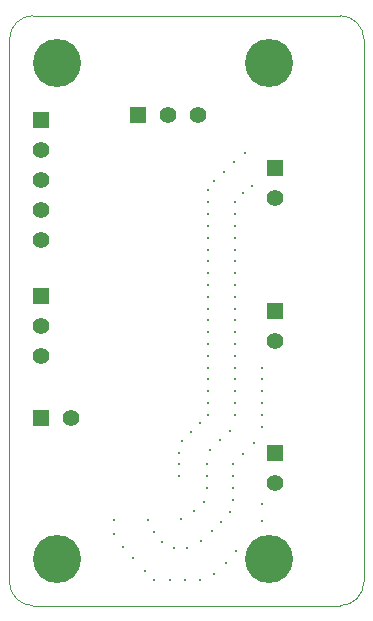
<source format=gbr>
G04 #@! TF.FileFunction,Soldermask,Bot*
%FSLAX46Y46*%
G04 Gerber Fmt 4.6, Leading zero omitted, Abs format (unit mm)*
G04 Created by KiCad (PCBNEW 0.201501172016+5377~20~ubuntu14.04.1-product) date Fri 30 Jan 2015 01:41:11 PM PST*
%MOMM*%
G01*
G04 APERTURE LIST*
%ADD10C,0.100000*%
%ADD11C,0.200000*%
%ADD12R,1.397000X1.397000*%
%ADD13C,1.397000*%
%ADD14C,4.064000*%
G04 APERTURE END LIST*
D10*
X128000000Y-99950000D02*
G75*
G03X130000000Y-97950000I0J2000000D01*
G01*
X100000000Y-97950000D02*
G75*
G03X102000000Y-99950000I2000000J0D01*
G01*
X130000000Y-52000000D02*
G75*
G03X128000000Y-50000000I-2000000J0D01*
G01*
X102000000Y-50000000D02*
G75*
G03X100000000Y-52000000I0J-2000000D01*
G01*
X128000000Y-50000000D02*
X102000000Y-50000000D01*
X130000000Y-97900000D02*
X130000000Y-52000000D01*
X102000000Y-99950000D02*
X128000000Y-99950000D01*
X100000000Y-52000000D02*
X100000000Y-97900000D01*
D11*
X119100000Y-75800000D03*
D12*
X122500000Y-62930000D03*
D13*
X122500000Y-65470000D03*
D14*
X104000000Y-54000000D03*
X122000000Y-54000000D03*
X104000000Y-96000000D03*
X122000000Y-96000000D03*
D12*
X102650000Y-58800000D03*
D13*
X102650000Y-61340000D03*
X102650000Y-63880000D03*
X102650000Y-66420000D03*
X102650000Y-68960000D03*
D12*
X102650000Y-73760000D03*
D13*
X102650000Y-76300000D03*
X102650000Y-78840000D03*
D12*
X110910000Y-58400000D03*
D13*
X113450000Y-58400000D03*
X115990000Y-58400000D03*
D12*
X122500000Y-75030000D03*
D13*
X122500000Y-77570000D03*
D12*
X122500000Y-87030000D03*
D13*
X122500000Y-89570000D03*
D12*
X102630000Y-84100000D03*
D13*
X105170000Y-84100000D03*
D11*
X116800000Y-64800000D03*
X116800000Y-65800000D03*
X116800000Y-66800000D03*
X116800000Y-67800000D03*
X116800000Y-68800000D03*
X116800000Y-69800000D03*
X116800000Y-70800000D03*
X116800000Y-71800000D03*
X116800000Y-72800000D03*
X116800000Y-73800000D03*
X116800000Y-74800000D03*
X116800000Y-75800000D03*
X116800000Y-76800000D03*
X116800000Y-77800000D03*
X116800000Y-78800000D03*
X116800000Y-79800000D03*
X116800000Y-80800000D03*
X116800000Y-81800000D03*
X116800000Y-82800000D03*
X116800000Y-83800000D03*
X118650000Y-85150000D03*
X114350000Y-89000000D03*
X114350000Y-88000000D03*
X114350000Y-87000000D03*
X114600000Y-86000000D03*
X115400000Y-85250000D03*
X116100000Y-84500000D03*
X119100000Y-83800000D03*
X119100000Y-82800000D03*
X119100000Y-81800000D03*
X119100000Y-80800000D03*
X119100000Y-79800000D03*
X119100000Y-78800000D03*
X119100000Y-77800000D03*
X119100000Y-76800000D03*
X117850000Y-85900000D03*
X116950000Y-86750000D03*
X116700000Y-88000000D03*
X116700000Y-89000000D03*
X116700000Y-90000000D03*
X116450000Y-91150000D03*
X115600000Y-91900000D03*
X114550000Y-92650000D03*
X111700000Y-92700000D03*
X112200000Y-93700000D03*
X112950000Y-94550000D03*
X113900000Y-95050000D03*
X115000000Y-95050000D03*
X116250000Y-94500000D03*
X117150000Y-93650000D03*
X117950000Y-92900000D03*
X118900000Y-91000000D03*
X118900000Y-90000000D03*
X118900000Y-89000000D03*
X118900000Y-88000000D03*
X119750000Y-87100000D03*
X120700000Y-86150000D03*
X121400000Y-84800000D03*
X118650000Y-92050000D03*
X121400000Y-83800000D03*
X121400000Y-82800000D03*
X121400000Y-81800000D03*
X121400000Y-80800000D03*
X121400000Y-79800000D03*
X119100000Y-74800000D03*
X119100000Y-73800000D03*
X119100000Y-72800000D03*
X119100000Y-71800000D03*
X119100000Y-70800000D03*
X119100000Y-69800000D03*
X119100000Y-68800000D03*
X119100000Y-67800000D03*
X119100000Y-66800000D03*
X119100000Y-65800000D03*
X119800000Y-65050000D03*
X120500000Y-64450000D03*
X117350000Y-64000000D03*
X118150000Y-63200000D03*
X119000000Y-62400000D03*
X119950000Y-61650000D03*
X108850000Y-92700000D03*
X108850000Y-93850000D03*
X109650000Y-95000000D03*
X110450000Y-95900000D03*
X111450000Y-97000000D03*
X113550000Y-97750000D03*
X114850000Y-97750000D03*
X116150000Y-97750000D03*
X117300000Y-97250000D03*
X118300000Y-96300000D03*
X119150000Y-95350000D03*
X112250000Y-97750000D03*
X121350000Y-92800000D03*
X121350000Y-91350000D03*
M02*

</source>
